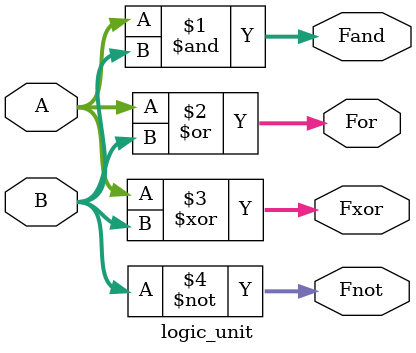
<source format=v>
module logic_unit(
  input wire[7:0] A,
  input wire [7:0] B,
  output wire [7:0] Fand,
  output wire [7:0] For,
  output wire [7:0] Fxor,
  output wire [7:0] Fnot
);

  assign Fand = A & B;
  assign For = A | B;
  assign Fxor = A ^ B;
  assign Fnot = ~B;

endmodule

</source>
